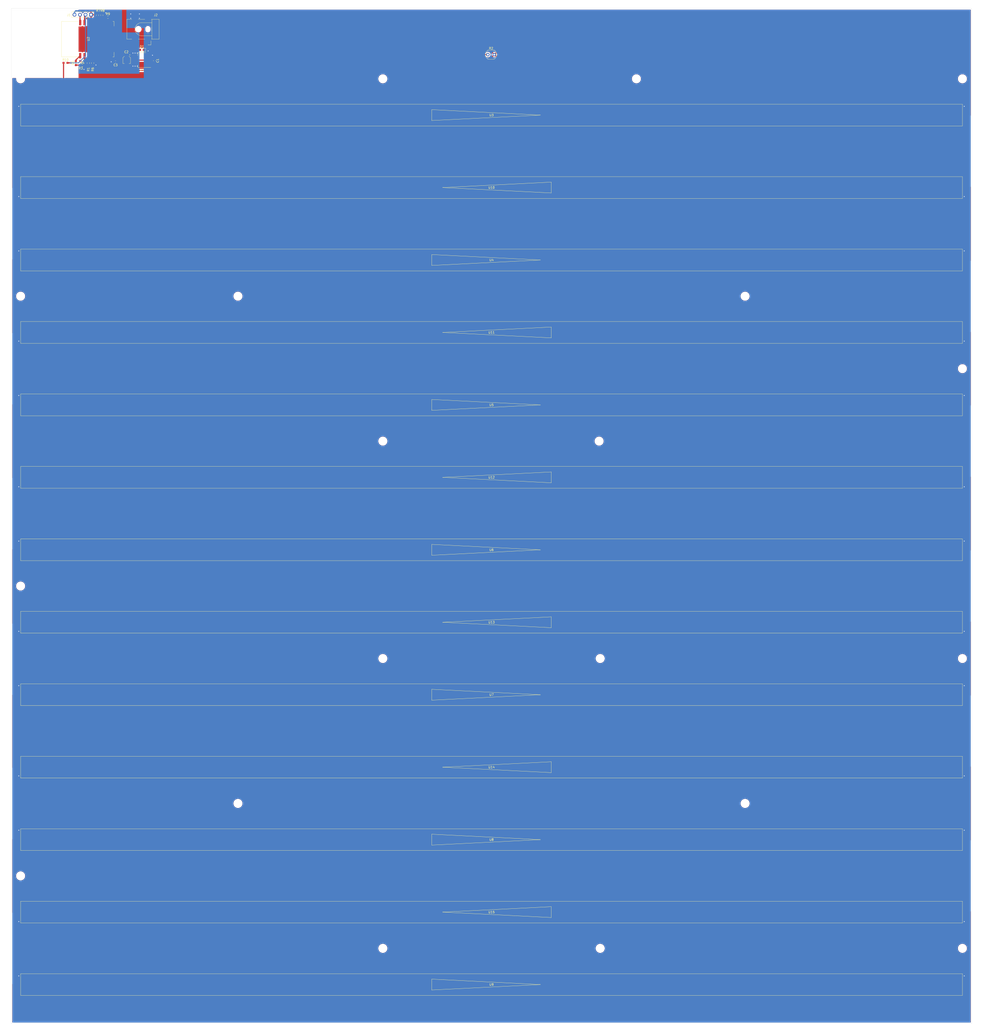
<source format=kicad_pcb>
(kicad_pcb (version 20171130) (host pcbnew "(5.1.12)-1")
  (layers (0 F.Cu power) (31 B.Cu power) (34 B.Paste user) (35 F.Paste user) (36 B.SilkS user) (37 F.SilkS user) (38 B.Mask user) (39 F.Mask user) (44 Edge.Cuts user))
  (net 0 "")
  (net 1 GND)
  (net 2 +5V)
  (net 3 "Net-(J1-Pad3)")
  (net 4 "Net-(R1-Pad1)")
  (net 5 "Net-(U10-Pad2)")
  (net 6 "Net-(U11-Pad2)")
  (net 7 "Net-(U12-Pad2)")
  (net 8 "Net-(U13-Pad2)")
  (net 9 "Net-(U14-Pad2)")
  (net 10 "Net-(U15-Pad2)")
  (net 11 "Net-(U10-Pad4)")
  (net 12 "Net-(U11-Pad4)")
  (net 13 "Net-(U13-Pad4)")
  (net 14 "Net-(U14-Pad4)")
  (net 15 "Net-(U15-Pad4)")
  (net 16 "Net-(U12-Pad4)")
  (net 17 +3V3)
  (net 18 "Net-(J1-Pad2)")
  (net 19 "Net-(R5-Pad1)")
  (net 20 "Net-(R6-Pad1)")
  (net 21 "Net-(R7-Pad2)")
  (net 22 "Net-(R8-Pad2)")
  (net 23 "Net-(R9-Pad2)")
  (net 24 "Net-(R2-Pad1)")
  (net 25 "Net-(R10-Pad1)")
  (net 26 "Net-(U2-Pad20)")
  (net 27 "Net-(U2-Pad19)")
  (net 28 "Net-(U2-Pad14)")
  (net 29 "Net-(U2-Pad13)")
  (net 30 "Net-(U2-Pad12)")
  (net 31 "Net-(U2-Pad11)")
  (net 32 "Net-(U2-Pad10)")
  (net 33 "Net-(U2-Pad9)")
  (net 34 "Net-(U2-Pad7)")
  (net 35 "Net-(U2-Pad6)")
  (net 36 "Net-(U2-Pad5)")
  (net 37 "Net-(U2-Pad4)")
  (net 38 "Net-(U9-Pad4)")
  (module MountingHole:MountingHole_3.2mm_M3 (layer F.Cu) (at 83.3355 83.3155)
    (fp_text reference REF** hide)
    (fp_text value MountingHole_3.2mm_M3)
    (pad 1 np_thru_hole circle (at 0 0) (size 3.2 3.2) (drill 3.2) (layers *.Cu *.Mask))
  )
  (module MountingHole:MountingHole_3.2mm_M3 (layer F.Cu) (at 366.666 83.3155)
    (fp_text reference REF** hide)
    (fp_text value MountingHole_3.2mm_M3)
    (pad 1 np_thru_hole circle (at 0 0) (size 3.2 3.2) (drill 3.2) (layers *.Cu *.Mask))
  )
  (module MountingHole:MountingHole_3.2mm_M3 (layer F.Cu) (at 250.0005 83.3155)
    (fp_text reference REF** hide)
    (fp_text value MountingHole_3.2mm_M3)
    (pad 1 np_thru_hole circle (at 0 0) (size 3.2 3.2) (drill 3.2) (layers *.Cu *.Mask))
  )
  (module MountingHole:MountingHole_3.2mm_M3 (layer F.Cu) (at 83.3355 183.3145)
    (fp_text reference REF** hide)
    (fp_text value MountingHole_3.2mm_M3)
    (pad 1 np_thru_hole circle (at 0 0) (size 3.2 3.2) (drill 3.2) (layers *.Cu *.Mask))
  )
  (module MountingHole:MountingHole_3.2mm_M3 (layer F.Cu) (at 83.3355 449.9785)
    (fp_text reference REF** hide)
    (fp_text value MountingHole_3.2mm_M3)
    (pad 1 np_thru_hole circle (at 0 0) (size 3.2 3.2) (drill 3.2) (layers *.Cu *.Mask))
  )
  (module MountingHole:MountingHole_3.2mm_M3 (layer F.Cu) (at 83.3355 316.6465)
    (fp_text reference REF** hide)
    (fp_text value MountingHole_3.2mm_M3)
    (pad 1 np_thru_hole circle (at 0 0) (size 3.2 3.2) (drill 3.2) (layers *.Cu *.Mask))
  )
  (module MountingHole:MountingHole_3.2mm_M3 (layer F.Cu) (at 250.0005 483.3115)
    (fp_text reference REF** hide)
    (fp_text value MountingHole_3.2mm_M3)
    (pad 1 np_thru_hole circle (at 0 0) (size 3.2 3.2) (drill 3.2) (layers *.Cu *.Mask))
  )
  (module MountingHole:MountingHole_3.2mm_M3 (layer F.Cu) (at 349.9995 483.3115)
    (fp_text reference REF** hide)
    (fp_text value MountingHole_3.2mm_M3)
    (pad 1 np_thru_hole circle (at 0 0) (size 3.2 3.2) (drill 3.2) (layers *.Cu *.Mask))
  )
  (module MountingHole:MountingHole_3.2mm_M3 (layer F.Cu) (at 516.6645 483.3115)
    (fp_text reference REF** hide)
    (fp_text value MountingHole_3.2mm_M3)
    (pad 1 np_thru_hole circle (at 0 0) (size 3.2 3.2) (drill 3.2) (layers *.Cu *.Mask))
  )
  (module MountingHole:MountingHole_3.2mm_M3 (layer F.Cu) (at 516.6645 349.9795)
    (fp_text reference REF** hide)
    (fp_text value MountingHole_3.2mm_M3)
    (pad 1 np_thru_hole circle (at 0 0) (size 3.2 3.2) (drill 3.2) (layers *.Cu *.Mask))
  )
  (module MountingHole:MountingHole_3.2mm_M3 (layer F.Cu) (at 516.6645 216.6475)
    (fp_text reference REF** hide)
    (fp_text value MountingHole_3.2mm_M3)
    (pad 1 np_thru_hole circle (at 0 0) (size 3.2 3.2) (drill 3.2) (layers *.Cu *.Mask))
  )
  (module MountingHole:MountingHole_3.2mm_M3 (layer F.Cu) (at 516.6645 83.3155)
    (fp_text reference REF** hide)
    (fp_text value MountingHole_3.2mm_M3)
    (pad 1 np_thru_hole circle (at 0 0) (size 3.2 3.2) (drill 3.2) (layers *.Cu *.Mask))
  )
  (module MountingHole:MountingHole_3.2mm_M3 (layer F.Cu) (at 183.3345 183.3145)
    (fp_text reference REF** hide)
    (fp_text value MountingHole_3.2mm_M3)
    (pad 1 np_thru_hole circle (at 0 0) (size 3.2 3.2) (drill 3.2) (layers *.Cu *.Mask))
  )
  (module MountingHole:MountingHole_3.2mm_M3 (layer F.Cu) (at 183.3345 416.6455)
    (fp_text reference REF** hide)
    (fp_text value MountingHole_3.2mm_M3)
    (pad 1 np_thru_hole circle (at 0 0) (size 3.2 3.2) (drill 3.2) (layers *.Cu *.Mask))
  )
  (module MountingHole:MountingHole_3.2mm_M3 (layer F.Cu) (at 416.6655 416.6455)
    (fp_text reference REF** hide)
    (fp_text value MountingHole_3.2mm_M3)
    (pad 1 np_thru_hole circle (at 0 0) (size 3.2 3.2) (drill 3.2) (layers *.Cu *.Mask))
  )
  (module MountingHole:MountingHole_3.2mm_M3 (layer F.Cu) (at 416.6655 183.3145)
    (fp_text reference REF** hide)
    (fp_text value MountingHole_3.2mm_M3)
    (pad 1 np_thru_hole circle (at 0 0) (size 3.2 3.2) (drill 3.2) (layers *.Cu *.Mask))
  )
  (module MountingHole:MountingHole_3.2mm_M3 (layer F.Cu) (at 250.0005 349.9795)
    (fp_text reference REF** hide)
    (fp_text value MountingHole_3.2mm_M3)
    (pad 1 np_thru_hole circle (at 0 0) (size 3.2 3.2) (drill 3.2) (layers *.Cu *.Mask))
  )
  (module MountingHole:MountingHole_3.2mm_M3 (layer F.Cu) (at 349.9995 349.9795)
    (fp_text reference REF** hide)
    (fp_text value MountingHole_3.2mm_M3)
    (pad 1 np_thru_hole circle (at 0 0) (size 3.2 3.2) (drill 3.2) (layers *.Cu *.Mask))
  )
  (module MountingHole:MountingHole_3.2mm_M3 (layer F.Cu) (at 250.0005 249.9805)
    (fp_text reference REF** hide)
    (fp_text value MountingHole_3.2mm_M3)
    (pad 1 np_thru_hole circle (at 0 0) (size 3.2 3.2) (drill 3.2) (layers *.Cu *.Mask))
  )
  (module MountingHole:MountingHole_3.2mm_M3 (layer F.Cu) (at 349.5 249.98)
    (fp_text reference REF** hide)
    (fp_text value MountingHole_3.2mm_M3)
    (pad 1 np_thru_hole circle (at 0 0) (size 3.2 3.2) (drill 3.2) (layers *.Cu *.Mask))
  )
  (module Resistor_SMD:R_0603_1608Metric_Pad0.98x0.95mm_HandSolder (layer F.Cu) (at 104 75.98)
    (fp_text reference R10 (at 0 -1.43) (layer F.SilkS))
    (fp_text value 330)
    (pad 2 smd roundrect (at 0.9125 0) (size 0.975 0.95) (layers F.Cu F.Paste F.Mask) (net 18 "Net-(J1-Pad2)"))
    (pad 1 smd roundrect (at -0.9125 0) (size 0.975 0.95) (layers F.Cu F.Paste F.Mask) (net 25 "Net-(R10-Pad1)"))
  )
  (module Capacitor_SMD:C_0603_1608Metric_Pad1.08x0.95mm_HandSolder (layer F.Cu) (at 127 75.48)
    (fp_text reference C3 (at 0 1.5) (layer F.SilkS))
    (fp_text value 10uF)
    (pad 2 smd roundrect (at 0.8625 0) (size 1.075 0.95) (layers F.Cu F.Paste F.Mask) (net 1 GND))
    (pad 1 smd roundrect (at -0.8625 0) (size 1.075 0.95) (layers F.Cu F.Paste F.Mask) (net 17 +3V3))
  )
  (module Capacitor_SMD:C_0603_1608Metric_Pad1.08x0.95mm_HandSolder (layer F.Cu) (at 145 74.98 270)
    (fp_text reference C1 (at 0 -1.43 90) (layer F.SilkS))
    (fp_text value 10uF)
    (pad 2 smd roundrect (at 0.8625 0 270) (size 1.075 0.95) (layers F.Cu F.Paste F.Mask) (net 1 GND))
    (pad 1 smd roundrect (at -0.8625 0 270) (size 1.075 0.95) (layers F.Cu F.Paste F.Mask) (net 2 +5V))
  )
  (module OptoDevice:R_LDR_5.0x4.1mm_P3mm_Vertical (layer F.Cu) (at 298.3 72.18)
    (fp_text reference R2 (at 1.5 -2.9) (layer F.SilkS))
    (fp_text value GL5537)
    (pad 2 thru_hole circle (at 3 0) (size 1.6 1.6) (drill 0.8) (layers *.Cu *.Mask) (net 1 GND))
    (pad 1 thru_hole circle (at 0 0) (size 1.6 1.6) (drill 0.8) (layers *.Cu *.Mask) (net 24 "Net-(R2-Pad1)"))
  )
  (module Connector_BarrelJack:BarrelJack_CLIFF_FC681465S_SMT_Horizontal (layer F.Cu) (at 139 60.48 180)
    (fp_text reference J2 (at -6.5 6.5 180) (layer F.SilkS))
    (fp_text value Conn_01x02_Female)
    (pad 3 smd rect (at -3 5.5 270) (size 3 2) (layers F.Cu F.Paste F.Mask))
    (pad 2 smd rect (at 3 5.5 270) (size 3 2) (layers F.Cu F.Paste F.Mask) (net 2 +5V))
    (pad 1 smd rect (at 3 -5.5 270) (size 3 2) (layers F.Cu F.Paste F.Mask) (net 1 GND))
    (pad 1 smd rect (at -3 -5.5 270) (size 3 2) (layers F.Cu F.Paste F.Mask) (net 1 GND))
    (pad "" np_thru_hole circle (at 1.5 0 270) (size 2 2) (drill 2) (layers *.Cu *.Mask))
    (pad "" np_thru_hole oval (at -2.9 0 270) (size 2 1.5) (drill oval 2 1.5) (layers *.Cu *.Mask))
  )
  (module Resistor_SMD:R_0603_1608Metric_Pad0.98x0.95mm_HandSolder (layer F.Cu) (at 123.5 54.98 180)
    (fp_text reference R9 (at 0 1.5) (layer F.SilkS))
    (fp_text value 12k)
    (pad 2 smd roundrect (at 0.9125 0 180) (size 0.975 0.95) (layers F.Cu F.Paste F.Mask) (net 23 "Net-(R9-Pad2)"))
    (pad 1 smd roundrect (at -0.9125 0 180) (size 0.975 0.95) (layers F.Cu F.Paste F.Mask) (net 1 GND))
  )
  (module Resistor_SMD:R_0603_1608Metric_Pad0.98x0.95mm_HandSolder (layer F.Cu) (at 120.75 54.08 270)
    (fp_text reference R8 (at -2.1 -0.25 180) (layer F.SilkS))
    (fp_text value 12k)
    (pad 2 smd roundrect (at 0.9125 0 270) (size 0.975 0.95) (layers F.Cu F.Paste F.Mask) (net 22 "Net-(R8-Pad2)"))
    (pad 1 smd roundrect (at -0.9125 0 270) (size 0.975 0.95) (layers F.Cu F.Paste F.Mask) (net 17 +3V3))
  )
  (module Resistor_SMD:R_0603_1608Metric_Pad0.98x0.95mm_HandSolder (layer F.Cu) (at 118.75 54.08 270)
    (fp_text reference R7 (at -2.1 -0.25 180) (layer F.SilkS))
    (fp_text value 12k)
    (pad 2 smd roundrect (at 0.9125 0 270) (size 0.975 0.95) (layers F.Cu F.Paste F.Mask) (net 21 "Net-(R7-Pad2)"))
    (pad 1 smd roundrect (at -0.9125 0 270) (size 0.975 0.95) (layers F.Cu F.Paste F.Mask) (net 17 +3V3))
  )
  (module Resistor_SMD:R_0603_1608Metric_Pad0.98x0.95mm_HandSolder (layer F.Cu) (at 116.5 76.08 270)
    (fp_text reference R6 (at 2.9 0 90) (layer F.SilkS))
    (fp_text value 12k)
    (pad 2 smd roundrect (at 0.9125 0 270) (size 0.975 0.95) (layers F.Cu F.Paste F.Mask) (net 17 +3V3))
    (pad 1 smd roundrect (at -0.9125 0 270) (size 0.975 0.95) (layers F.Cu F.Paste F.Mask) (net 20 "Net-(R6-Pad1)"))
  )
  (module Resistor_SMD:R_0603_1608Metric_Pad0.98x0.95mm_HandSolder (layer F.Cu) (at 108.75 76.08 270)
    (fp_text reference R5 (at -0.1 1.25 90) (layer F.SilkS))
    (fp_text value 12k)
    (pad 2 smd roundrect (at 0.9125 0 270) (size 0.975 0.95) (layers F.Cu F.Paste F.Mask) (net 17 +3V3))
    (pad 1 smd roundrect (at -0.9125 0 270) (size 0.975 0.95) (layers F.Cu F.Paste F.Mask) (net 19 "Net-(R5-Pad1)"))
  )
  (module Resistor_SMD:R_0603_1608Metric_Pad0.98x0.95mm_HandSolder (layer F.Cu) (at 111.75 75.08)
    (fp_text reference R4 (at 0 0.9) (layer F.SilkS))
    (fp_text value 220k)
    (pad 2 smd roundrect (at 0.9125 0) (size 0.975 0.95) (layers F.Cu F.Paste F.Mask) (net 4 "Net-(R1-Pad1)"))
    (pad 1 smd roundrect (at -0.9125 0) (size 0.975 0.95) (layers F.Cu F.Paste F.Mask) (net 24 "Net-(R2-Pad1)"))
  )
  (module Diode_SMD:D_0603_1608Metric_Pad1.05x0.95mm_HandSolder (layer F.Cu) (at 139.15 69.98 180)
    (fp_text reference D1 (at 0 1.5) (layer F.SilkS))
    (fp_text value D_Schottky)
    (pad 2 smd roundrect (at 0.875 0 180) (size 1.05 0.95) (layers F.Cu F.Paste F.Mask) (net 17 +3V3))
    (pad 1 smd roundrect (at -0.875 0 180) (size 1.05 0.95) (layers F.Cu F.Paste F.Mask) (net 2 +5V))
  )
  (module LED_SMD:ws2812_ledstrip (layer F.Cu) (at 300 466.63 180)
    (fp_text reference U15 (at 0 0) (layer F.SilkS))
    (fp_text value WS2812B_strip)
    (pad 3 smd roundrect (at 217.25 2.5 180) (size 3 1.7) (layers F.Cu F.Paste F.Mask) (net 1 GND))
    (pad 4 smd roundrect (at 217.25 0 180) (size 3 1.7) (layers F.Cu F.Paste F.Mask) (net 15 "Net-(U15-Pad4)"))
    (pad 1 smd roundrect (at 217.25 -2.5 180) (size 3 1.7) (layers F.Cu F.Paste F.Mask) (net 2 +5V))
    (pad 3 smd roundrect (at -217.3 2.5 180) (size 3 1.7) (layers F.Cu F.Paste F.Mask) (net 1 GND))
    (pad 2 smd roundrect (at -217.3 0 180) (size 3 1.7) (layers F.Cu F.Paste F.Mask) (net 10 "Net-(U15-Pad2)"))
    (pad 1 smd roundrect (at -217.3 -2.5 180) (size 3 1.7) (layers F.Cu F.Paste F.Mask) (net 2 +5V))
  )
  (module LED_SMD:ws2812_ledstrip (layer F.Cu) (at 300 399.97 180)
    (fp_text reference U14 (at 0 0) (layer F.SilkS))
    (fp_text value WS2812B_strip)
    (pad 3 smd roundrect (at 217.25 2.5 180) (size 3 1.7) (layers F.Cu F.Paste F.Mask) (net 1 GND))
    (pad 4 smd roundrect (at 217.25 0 180) (size 3 1.7) (layers F.Cu F.Paste F.Mask) (net 14 "Net-(U14-Pad4)"))
    (pad 1 smd roundrect (at 217.25 -2.5 180) (size 3 1.7) (layers F.Cu F.Paste F.Mask) (net 2 +5V))
    (pad 3 smd roundrect (at -217.3 2.5 180) (size 3 1.7) (layers F.Cu F.Paste F.Mask) (net 1 GND))
    (pad 2 smd roundrect (at -217.3 0 180) (size 3 1.7) (layers F.Cu F.Paste F.Mask) (net 9 "Net-(U14-Pad2)"))
    (pad 1 smd roundrect (at -217.3 -2.5 180) (size 3 1.7) (layers F.Cu F.Paste F.Mask) (net 2 +5V))
  )
  (module LED_SMD:ws2812_ledstrip (layer F.Cu) (at 300 333.31 180)
    (fp_text reference U13 (at 0 0) (layer F.SilkS))
    (fp_text value WS2812B_strip)
    (pad 3 smd roundrect (at 217.25 2.5 180) (size 3 1.7) (layers F.Cu F.Paste F.Mask) (net 1 GND))
    (pad 4 smd roundrect (at 217.25 0 180) (size 3 1.7) (layers F.Cu F.Paste F.Mask) (net 13 "Net-(U13-Pad4)"))
    (pad 1 smd roundrect (at 217.25 -2.5 180) (size 3 1.7) (layers F.Cu F.Paste F.Mask) (net 2 +5V))
    (pad 3 smd roundrect (at -217.3 2.5 180) (size 3 1.7) (layers F.Cu F.Paste F.Mask) (net 1 GND))
    (pad 2 smd roundrect (at -217.3 0 180) (size 3 1.7) (layers F.Cu F.Paste F.Mask) (net 8 "Net-(U13-Pad2)"))
    (pad 1 smd roundrect (at -217.3 -2.5 180) (size 3 1.7) (layers F.Cu F.Paste F.Mask) (net 2 +5V))
  )
  (module LED_SMD:ws2812_ledstrip (layer F.Cu) (at 300 266.65 180)
    (fp_text reference U12 (at 0 0) (layer F.SilkS))
    (fp_text value WS2812B_strip)
    (pad 3 smd roundrect (at 217.25 2.5 180) (size 3 1.7) (layers F.Cu F.Paste F.Mask) (net 1 GND))
    (pad 4 smd roundrect (at 217.25 0 180) (size 3 1.7) (layers F.Cu F.Paste F.Mask) (net 16 "Net-(U12-Pad4)"))
    (pad 1 smd roundrect (at 217.25 -2.5 180) (size 3 1.7) (layers F.Cu F.Paste F.Mask) (net 2 +5V))
    (pad 3 smd roundrect (at -217.3 2.5 180) (size 3 1.7) (layers F.Cu F.Paste F.Mask) (net 1 GND))
    (pad 2 smd roundrect (at -217.3 0 180) (size 3 1.7) (layers F.Cu F.Paste F.Mask) (net 7 "Net-(U12-Pad2)"))
    (pad 1 smd roundrect (at -217.3 -2.5 180) (size 3 1.7) (layers F.Cu F.Paste F.Mask) (net 2 +5V))
  )
  (module LED_SMD:ws2812_ledstrip (layer F.Cu) (at 300 199.99 180)
    (fp_text reference U11 (at 0 0) (layer F.SilkS))
    (fp_text value WS2812B_strip)
    (pad 3 smd roundrect (at 217.25 2.5 180) (size 3 1.7) (layers F.Cu F.Paste F.Mask) (net 1 GND))
    (pad 4 smd roundrect (at 217.25 0 180) (size 3 1.7) (layers F.Cu F.Paste F.Mask) (net 12 "Net-(U11-Pad4)"))
    (pad 1 smd roundrect (at 217.25 -2.5 180) (size 3 1.7) (layers F.Cu F.Paste F.Mask) (net 2 +5V))
    (pad 3 smd roundrect (at -217.3 2.5 180) (size 3 1.7) (layers F.Cu F.Paste F.Mask) (net 1 GND))
    (pad 2 smd roundrect (at -217.3 0 180) (size 3 1.7) (layers F.Cu F.Paste F.Mask) (net 6 "Net-(U11-Pad2)"))
    (pad 1 smd roundrect (at -217.3 -2.5 180) (size 3 1.7) (layers F.Cu F.Paste F.Mask) (net 2 +5V))
  )
  (module LED_SMD:ws2812_ledstrip (layer F.Cu) (at 300 133.33 180)
    (fp_text reference U10 (at 0 0) (layer F.SilkS))
    (fp_text value WS2812B_strip)
    (pad 3 smd roundrect (at 217.25 2.5 180) (size 3 1.7) (layers F.Cu F.Paste F.Mask) (net 1 GND))
    (pad 4 smd roundrect (at 217.25 0 180) (size 3 1.7) (layers F.Cu F.Paste F.Mask) (net 11 "Net-(U10-Pad4)"))
    (pad 1 smd roundrect (at 217.25 -2.5 180) (size 3 1.7) (layers F.Cu F.Paste F.Mask) (net 2 +5V))
    (pad 3 smd roundrect (at -217.3 2.5 180) (size 3 1.7) (layers F.Cu F.Paste F.Mask) (net 1 GND))
    (pad 2 smd roundrect (at -217.3 0 180) (size 3 1.7) (layers F.Cu F.Paste F.Mask) (net 5 "Net-(U10-Pad2)"))
    (pad 1 smd roundrect (at -217.3 -2.5 180) (size 3 1.7) (layers F.Cu F.Paste F.Mask) (net 2 +5V))
  )
  (module LED_SMD:ws2812_ledstrip (layer F.Cu) (at 300 499.96)
    (fp_text reference U9 (at 0 0) (layer F.SilkS))
    (fp_text value WS2812B_strip)
    (pad 3 smd roundrect (at 217.25 2.5) (size 3 1.7) (layers F.Cu F.Paste F.Mask) (net 1 GND))
    (pad 4 smd roundrect (at 217.25 0) (size 3 1.7) (layers F.Cu F.Paste F.Mask) (net 38 "Net-(U9-Pad4)"))
    (pad 1 smd roundrect (at 217.25 -2.5) (size 3 1.7) (layers F.Cu F.Paste F.Mask) (net 2 +5V))
    (pad 3 smd roundrect (at -217.3 2.5) (size 3 1.7) (layers F.Cu F.Paste F.Mask) (net 1 GND))
    (pad 2 smd roundrect (at -217.3 0) (size 3 1.7) (layers F.Cu F.Paste F.Mask) (net 15 "Net-(U15-Pad4)"))
    (pad 1 smd roundrect (at -217.3 -2.5) (size 3 1.7) (layers F.Cu F.Paste F.Mask) (net 2 +5V))
  )
  (module LED_SMD:ws2812_ledstrip (layer F.Cu) (at 300 433.3)
    (fp_text reference U8 (at 0 0) (layer F.SilkS))
    (fp_text value WS2812B_strip)
    (pad 3 smd roundrect (at 217.25 2.5) (size 3 1.7) (layers F.Cu F.Paste F.Mask) (net 1 GND))
    (pad 4 smd roundrect (at 217.25 0) (size 3 1.7) (layers F.Cu F.Paste F.Mask) (net 10 "Net-(U15-Pad2)"))
    (pad 1 smd roundrect (at 217.25 -2.5) (size 3 1.7) (layers F.Cu F.Paste F.Mask) (net 2 +5V))
    (pad 3 smd roundrect (at -217.3 2.5) (size 3 1.7) (layers F.Cu F.Paste F.Mask) (net 1 GND))
    (pad 2 smd roundrect (at -217.3 0) (size 3 1.7) (layers F.Cu F.Paste F.Mask) (net 14 "Net-(U14-Pad4)"))
    (pad 1 smd roundrect (at -217.3 -2.5) (size 3 1.7) (layers F.Cu F.Paste F.Mask) (net 2 +5V))
  )
  (module LED_SMD:ws2812_ledstrip (layer F.Cu) (at 300 366.64)
    (fp_text reference U7 (at 0 0) (layer F.SilkS))
    (fp_text value WS2812B_strip)
    (pad 3 smd roundrect (at 217.25 2.5) (size 3 1.7) (layers F.Cu F.Paste F.Mask) (net 1 GND))
    (pad 4 smd roundrect (at 217.25 0) (size 3 1.7) (layers F.Cu F.Paste F.Mask) (net 9 "Net-(U14-Pad2)"))
    (pad 1 smd roundrect (at 217.25 -2.5) (size 3 1.7) (layers F.Cu F.Paste F.Mask) (net 2 +5V))
    (pad 3 smd roundrect (at -217.3 2.5) (size 3 1.7) (layers F.Cu F.Paste F.Mask) (net 1 GND))
    (pad 2 smd roundrect (at -217.3 0) (size 3 1.7) (layers F.Cu F.Paste F.Mask) (net 13 "Net-(U13-Pad4)"))
    (pad 1 smd roundrect (at -217.3 -2.5) (size 3 1.7) (layers F.Cu F.Paste F.Mask) (net 2 +5V))
  )
  (module LED_SMD:ws2812_ledstrip (layer F.Cu) (at 300 299.98)
    (fp_text reference U6 (at 0 0) (layer F.SilkS))
    (fp_text value WS2812B_strip)
    (pad 3 smd roundrect (at 217.25 2.5) (size 3 1.7) (layers F.Cu F.Paste F.Mask) (net 1 GND))
    (pad 4 smd roundrect (at 217.25 0) (size 3 1.7) (layers F.Cu F.Paste F.Mask) (net 8 "Net-(U13-Pad2)"))
    (pad 1 smd roundrect (at 217.25 -2.5) (size 3 1.7) (layers F.Cu F.Paste F.Mask) (net 2 +5V))
    (pad 3 smd roundrect (at -217.3 2.5) (size 3 1.7) (layers F.Cu F.Paste F.Mask) (net 1 GND))
    (pad 2 smd roundrect (at -217.3 0) (size 3 1.7) (layers F.Cu F.Paste F.Mask) (net 16 "Net-(U12-Pad4)"))
    (pad 1 smd roundrect (at -217.3 -2.5) (size 3 1.7) (layers F.Cu F.Paste F.Mask) (net 2 +5V))
  )
  (module LED_SMD:ws2812_ledstrip (layer F.Cu) (at 300 233.32)
    (fp_text reference U5 (at 0 0) (layer F.SilkS))
    (fp_text value WS2812B_strip)
    (pad 3 smd roundrect (at 217.25 2.5) (size 3 1.7) (layers F.Cu F.Paste F.Mask) (net 1 GND))
    (pad 4 smd roundrect (at 217.25 0) (size 3 1.7) (layers F.Cu F.Paste F.Mask) (net 7 "Net-(U12-Pad2)"))
    (pad 1 smd roundrect (at 217.25 -2.5) (size 3 1.7) (layers F.Cu F.Paste F.Mask) (net 2 +5V))
    (pad 3 smd roundrect (at -217.3 2.5) (size 3 1.7) (layers F.Cu F.Paste F.Mask) (net 1 GND))
    (pad 2 smd roundrect (at -217.3 0) (size 3 1.7) (layers F.Cu F.Paste F.Mask) (net 12 "Net-(U11-Pad4)"))
    (pad 1 smd roundrect (at -217.3 -2.5) (size 3 1.7) (layers F.Cu F.Paste F.Mask) (net 2 +5V))
  )
  (module LED_SMD:ws2812_ledstrip (layer F.Cu) (at 300 166.66)
    (fp_text reference U4 (at 0 0) (layer F.SilkS))
    (fp_text value WS2812B_strip)
    (pad 3 smd roundrect (at 217.25 2.5) (size 3 1.7) (layers F.Cu F.Paste F.Mask) (net 1 GND))
    (pad 4 smd roundrect (at 217.25 0) (size 3 1.7) (layers F.Cu F.Paste F.Mask) (net 6 "Net-(U11-Pad2)"))
    (pad 1 smd roundrect (at 217.25 -2.5) (size 3 1.7) (layers F.Cu F.Paste F.Mask) (net 2 +5V))
    (pad 3 smd roundrect (at -217.3 2.5) (size 3 1.7) (layers F.Cu F.Paste F.Mask) (net 1 GND))
    (pad 2 smd roundrect (at -217.3 0) (size 3 1.7) (layers F.Cu F.Paste F.Mask) (net 11 "Net-(U10-Pad4)"))
    (pad 1 smd roundrect (at -217.3 -2.5) (size 3 1.7) (layers F.Cu F.Paste F.Mask) (net 2 +5V))
  )
  (module LED_SMD:ws2812_ledstrip (layer F.Cu) (at 300 100)
    (fp_text reference U3 (at 0 0) (layer F.SilkS))
    (fp_text value WS2812B_strip)
    (pad 3 smd roundrect (at 217.25 2.5) (size 3 1.7) (layers F.Cu F.Paste F.Mask) (net 1 GND))
    (pad 4 smd roundrect (at 217.25 0) (size 3 1.7) (layers F.Cu F.Paste F.Mask) (net 5 "Net-(U10-Pad2)"))
    (pad 1 smd roundrect (at 217.25 -2.5) (size 3 1.7) (layers F.Cu F.Paste F.Mask) (net 2 +5V))
    (pad 3 smd roundrect (at -217.3 2.5) (size 3 1.7) (layers F.Cu F.Paste F.Mask) (net 1 GND))
    (pad 2 smd roundrect (at -217.3 0) (size 3 1.7) (layers F.Cu F.Paste F.Mask) (net 25 "Net-(R10-Pad1)"))
    (pad 1 smd roundrect (at -217.3 -2.5) (size 3 1.7) (layers F.Cu F.Paste F.Mask) (net 2 +5V))
  )
  (module RF_Module:ESP-12E (layer F.Cu) (at 114.25 65.08 90)
    (fp_text reference U2 (at 0.1 0.25 90) (layer F.SilkS))
    (fp_text value ESP-12E)
    (pad 22 smd rect (at 7.6 -3.5 90) (size 2.5 1) (layers F.Cu F.Paste F.Mask) (net 3 "Net-(J1-Pad3)"))
    (pad 21 smd rect (at 7.6 -1.5 90) (size 2.5 1) (layers F.Cu F.Paste F.Mask) (net 18 "Net-(J1-Pad2)"))
    (pad 20 smd rect (at 7.6 0.5 90) (size 2.5 1) (layers F.Cu F.Paste F.Mask) (net 26 "Net-(U2-Pad20)"))
    (pad 19 smd rect (at 7.6 2.5 90) (size 2.5 1) (layers F.Cu F.Paste F.Mask) (net 27 "Net-(U2-Pad19)"))
    (pad 18 smd rect (at 7.6 4.5 90) (size 2.5 1) (layers F.Cu F.Paste F.Mask) (net 21 "Net-(R7-Pad2)"))
    (pad 17 smd rect (at 7.6 6.5 90) (size 2.5 1) (layers F.Cu F.Paste F.Mask) (net 22 "Net-(R8-Pad2)"))
    (pad 16 smd rect (at 7.6 8.5 90) (size 2.5 1) (layers F.Cu F.Paste F.Mask) (net 23 "Net-(R9-Pad2)"))
    (pad 15 smd rect (at 7.6 10.5 90) (size 2.5 1) (layers F.Cu F.Paste F.Mask) (net 1 GND))
    (pad 14 smd rect (at 5 12 90) (size 1 1.8) (layers F.Cu F.Paste F.Mask) (net 28 "Net-(U2-Pad14)"))
    (pad 13 smd rect (at 3 12 90) (size 1 1.8) (layers F.Cu F.Paste F.Mask) (net 29 "Net-(U2-Pad13)"))
    (pad 12 smd rect (at 1 12 90) (size 1 1.8) (layers F.Cu F.Paste F.Mask) (net 30 "Net-(U2-Pad12)"))
    (pad 11 smd rect (at -1 12 90) (size 1 1.8) (layers F.Cu F.Paste F.Mask) (net 31 "Net-(U2-Pad11)"))
    (pad 10 smd rect (at -3 12 90) (size 1 1.8) (layers F.Cu F.Paste F.Mask) (net 32 "Net-(U2-Pad10)"))
    (pad 9 smd rect (at -5 12 90) (size 1 1.8) (layers F.Cu F.Paste F.Mask) (net 33 "Net-(U2-Pad9)"))
    (pad 8 smd rect (at -7.6 10.5 90) (size 2.5 1) (layers F.Cu F.Paste F.Mask) (net 17 +3V3))
    (pad 7 smd rect (at -7.6 8.5 90) (size 2.5 1) (layers F.Cu F.Paste F.Mask) (net 34 "Net-(U2-Pad7)"))
    (pad 6 smd rect (at -7.6 6.5 90) (size 2.5 1) (layers F.Cu F.Paste F.Mask) (net 35 "Net-(U2-Pad6)"))
    (pad 5 smd rect (at -7.6 4.5 90) (size 2.5 1) (layers F.Cu F.Paste F.Mask) (net 36 "Net-(U2-Pad5)"))
    (pad 4 smd rect (at -7.6 2.5 90) (size 2.5 1) (layers F.Cu F.Paste F.Mask) (net 37 "Net-(U2-Pad4)"))
    (pad 3 smd rect (at -7.6 0.5 90) (size 2.5 1) (layers F.Cu F.Paste F.Mask) (net 20 "Net-(R6-Pad1)"))
    (pad 2 smd rect (at -7.6 -1.5 90) (size 2.5 1) (layers F.Cu F.Paste F.Mask) (net 4 "Net-(R1-Pad1)"))
    (pad 1 smd rect (at -7.6 -3.5 90) (size 2.5 1) (layers F.Cu F.Paste F.Mask) (net 19 "Net-(R5-Pad1)"))
  )
  (module Package_TO_SOT_SMD:SOT-223-3_TabPin2 (layer F.Cu) (at 139.15 74.73 180)
    (fp_text reference U1 (at 0 -4.5) (layer F.SilkS))
    (fp_text value AMS1117-3.3)
    (pad 1 smd rect (at -3.15 -2.3 180) (size 2 1.5) (layers F.Cu F.Paste F.Mask) (net 1 GND))
    (pad 3 smd rect (at -3.15 2.3 180) (size 2 1.5) (layers F.Cu F.Paste F.Mask) (net 2 +5V))
    (pad 2 smd rect (at -3.15 0 180) (size 2 1.5) (layers F.Cu F.Paste F.Mask) (net 17 +3V3))
    (pad 2 smd rect (at 3.15 0 180) (size 2 3.8) (layers F.Cu F.Paste F.Mask) (net 17 +3V3))
  )
  (module Resistor_SMD:R_0603_1608Metric_Pad0.98x0.95mm_HandSolder (layer F.Cu) (at 111.75 77.08)
    (fp_text reference R3 (at -0.75 1.4) (layer F.SilkS))
    (fp_text value 100k)
    (pad 2 smd roundrect (at 0.9125 0) (size 0.975 0.95) (layers F.Cu F.Paste F.Mask) (net 24 "Net-(R2-Pad1)"))
    (pad 1 smd roundrect (at -0.9125 0) (size 0.975 0.95) (layers F.Cu F.Paste F.Mask) (net 17 +3V3))
  )
  (module Resistor_SMD:R_0603_1608Metric_Pad0.98x0.95mm_HandSolder (layer F.Cu) (at 114.5 76.08 270)
    (fp_text reference R1 (at 2.9 0 90) (layer F.SilkS))
    (fp_text value 100k)
    (pad 2 smd roundrect (at 0.9125 0 270) (size 0.975 0.95) (layers F.Cu F.Paste F.Mask) (net 1 GND))
    (pad 1 smd roundrect (at -0.9125 0 270) (size 0.975 0.95) (layers F.Cu F.Paste F.Mask) (net 4 "Net-(R1-Pad1)"))
  )
  (module Connector_PinHeader_2.54mm:PinHeader_1x04_P2.54mm_Vertical (layer F.Cu) (at 115.75 53.83 270)
    (fp_text reference J1 (at 0.15 10.25 180) (layer F.SilkS))
    (fp_text value Conn_01x04_Male)
    (pad 4 thru_hole oval (at 0 7.62 270) (size 1.7 1.7) (drill 1) (layers *.Cu *.Mask) (net 17 +3V3))
    (pad 3 thru_hole oval (at 0 5.08 270) (size 1.7 1.7) (drill 1) (layers *.Cu *.Mask) (net 3 "Net-(J1-Pad3)"))
    (pad 2 thru_hole oval (at 0 2.54 270) (size 1.7 1.7) (drill 1) (layers *.Cu *.Mask) (net 18 "Net-(J1-Pad2)"))
    (pad 1 thru_hole rect (at 0 0 270) (size 1.7 1.7) (drill 1) (layers *.Cu *.Mask) (net 1 GND))
  )
  (module Capacitor_SMD:CP_Elec_3x5.4 (layer F.Cu) (at 132.15 74.48 270)
    (fp_text reference C2 (at -3.5 0.15 180) (layer F.SilkS))
    (fp_text value 10uF)
    (pad 2 smd roundrect (at 1.5 0 270) (size 2.2 1.6) (layers F.Cu F.Paste F.Mask) (roundrect_rratio 0.15625) (net 1 GND))
    (pad 1 smd roundrect (at -1.5 0 270) (size 2.2 1.6) (layers F.Cu F.Paste F.Mask) (roundrect_rratio 0.15625) (net 17 +3V3))
  )
  (gr_line (start 521 50.98) (end 79 50.98) (layer Edge.Cuts) (width 0.05))
  (gr_line (start 521 517.98) (end 521 50.98) (layer Edge.Cuts) (width 0.05))
  (gr_line (start 79 517.98) (end 521 517.98) (layer Edge.Cuts) (width 0.05))
  (gr_line (start 79 50.98) (end 79 517.98) (layer Edge.Cuts) (width 0.05))
  (segment (start 114.4125 77.08) (end 114.5 76.9925) (width 0.5) (layer F.Cu) (net 1))
  (segment (start 144.45 77.03) (end 142.3 77.03) (width 0.5) (layer F.Cu) (net 1))
  (segment (start 145 76.48) (end 144.45 77.03) (width 0.5) (layer F.Cu) (net 1))
  (segment (start 145 75.8425) (end 145 76.48) (width 0.5) (layer F.Cu) (net 1))
  (via (at 142 70.48) (size 0.8) (drill 0.4) (layers F.Cu B.Cu) (net 2))
  (via (at 134 53.48) (size 0.8) (drill 0.4) (layers F.Cu B.Cu) (net 2))
  (via (at 138 53.48) (size 0.8) (drill 0.4) (layers F.Cu B.Cu) (net 2))
  (via (at 82.5 137.48) (size 0.8) (drill 0.4) (layers F.Cu B.Cu) (net 2))
  (via (at 144 72.48) (size 0.8) (drill 0.4) (layers F.Cu B.Cu) (net 2))
  (via (at 134 55.48) (size 0.8) (drill 0.4) (layers F.Cu B.Cu) (net 2))
  (via (at 138 55.48) (size 0.8) (drill 0.4) (layers F.Cu B.Cu) (net 2))
  (via (at 82.5 95.98) (size 0.8) (drill 0.4) (layers F.Cu B.Cu) (net 2))
  (segment (start 82 96.8) (end 82.7 97.5) (width 0.5) (layer F.Cu) (net 2))
  (segment (start 135.5 54.98) (end 136 54.98) (width 0.5) (layer F.Cu) (net 2))
  (segment (start 134 53.48) (end 135.5 54.98) (width 0.5) (layer F.Cu) (net 2))
  (segment (start 135.5 55.48) (end 136 54.98) (width 0.5) (layer F.Cu) (net 2))
  (segment (start 134 55.48) (end 135.5 55.48) (width 0.5) (layer F.Cu) (net 2))
  (segment (start 136.5 55.48) (end 136 54.98) (width 0.5) (layer F.Cu) (net 2))
  (segment (start 138 55.48) (end 136.5 55.48) (width 0.5) (layer F.Cu) (net 2))
  (segment (start 136.5 54.98) (end 136 54.98) (width 0.5) (layer F.Cu) (net 2))
  (segment (start 138 53.48) (end 136.5 54.98) (width 0.5) (layer F.Cu) (net 2))
  (segment (start 141.5 69.98) (end 142 70.48) (width 0.5) (layer F.Cu) (net 2))
  (segment (start 140.025 69.98) (end 141.5 69.98) (width 0.5) (layer F.Cu) (net 2))
  (segment (start 142.3 70.78) (end 142 70.48) (width 0.5) (layer F.Cu) (net 2))
  (segment (start 142.3 72.43) (end 142.3 70.78) (width 0.5) (layer F.Cu) (net 2))
  (segment (start 142.35 72.48) (end 142.3 72.43) (width 0.5) (layer F.Cu) (net 2))
  (segment (start 144 72.48) (end 142.35 72.48) (width 0.5) (layer F.Cu) (net 2))
  (via (at 82.5 203.98) (size 0.8) (drill 0.4) (layers F.Cu B.Cu) (net 2))
  (via (at 82.5 228.98) (size 0.8) (drill 0.4) (layers F.Cu B.Cu) (net 2))
  (via (at 82.5 270.98) (size 0.8) (drill 0.4) (layers F.Cu B.Cu) (net 2))
  (via (at 82.5 295.98) (size 0.8) (drill 0.4) (layers F.Cu B.Cu) (net 2))
  (via (at 82.5 337.48) (size 0.8) (drill 0.4) (layers F.Cu B.Cu) (net 2))
  (via (at 82.5 362.48) (size 0.8) (drill 0.4) (layers F.Cu B.Cu) (net 2))
  (via (at 82.5 403.98) (size 0.8) (drill 0.4) (layers F.Cu B.Cu) (net 2))
  (via (at 82.5 428.98) (size 0.8) (drill 0.4) (layers F.Cu B.Cu) (net 2))
  (via (at 82.5 470.98) (size 0.8) (drill 0.4) (layers F.Cu B.Cu) (net 2))
  (via (at 82.5 495.98) (size 0.8) (drill 0.4) (layers F.Cu B.Cu) (net 2))
  (segment (start 144 72.48) (end 145 73.48) (width 0.5) (layer F.Cu) (net 2))
  (segment (start 145 73.48) (end 145 74.1175) (width 0.5) (layer F.Cu) (net 2))
  (via (at 82.5 162.48) (size 0.8) (drill 0.4) (layers F.Cu B.Cu) (net 2))
  (segment (start 82.5 497.26) (end 82.7 497.46) (width 0.5) (layer F.Cu) (net 2))
  (segment (start 82.5 495.98) (end 82.5 497.26) (width 0.5) (layer F.Cu) (net 2))
  (segment (start 82.5 469.38) (end 82.75 469.13) (width 0.5) (layer F.Cu) (net 2))
  (segment (start 82.5 470.98) (end 82.5 469.38) (width 0.5) (layer F.Cu) (net 2))
  (segment (start 82.5 430.6) (end 82.7 430.8) (width 0.5) (layer F.Cu) (net 2))
  (segment (start 82.5 428.98) (end 82.5 430.6) (width 0.5) (layer F.Cu) (net 2))
  (segment (start 82.5 402.72) (end 82.75 402.47) (width 0.5) (layer F.Cu) (net 2))
  (segment (start 82.5 403.98) (end 82.5 402.72) (width 0.5) (layer F.Cu) (net 2))
  (segment (start 82.5 363.94) (end 82.7 364.14) (width 0.5) (layer F.Cu) (net 2))
  (segment (start 82.5 362.48) (end 82.5 363.94) (width 0.5) (layer F.Cu) (net 2))
  (segment (start 82.5 336.06) (end 82.75 335.81) (width 0.5) (layer F.Cu) (net 2))
  (segment (start 82.5 337.48) (end 82.5 336.06) (width 0.5) (layer F.Cu) (net 2))
  (segment (start 82.5 297.28) (end 82.7 297.48) (width 0.5) (layer F.Cu) (net 2))
  (segment (start 82.5 295.98) (end 82.5 297.28) (width 0.5) (layer F.Cu) (net 2))
  (segment (start 82.5 269.4) (end 82.75 269.15) (width 0.5) (layer F.Cu) (net 2))
  (segment (start 82.5 270.98) (end 82.5 269.4) (width 0.5) (layer F.Cu) (net 2))
  (segment (start 82.5 230.62) (end 82.7 230.82) (width 0.5) (layer F.Cu) (net 2))
  (segment (start 82.5 228.98) (end 82.5 230.62) (width 0.5) (layer F.Cu) (net 2))
  (segment (start 82.5 202.74) (end 82.75 202.49) (width 0.5) (layer F.Cu) (net 2))
  (segment (start 82.5 203.98) (end 82.5 202.74) (width 0.5) (layer F.Cu) (net 2))
  (segment (start 82.5 163.96) (end 82.7 164.16) (width 0.5) (layer F.Cu) (net 2))
  (segment (start 82.5 162.48) (end 82.5 163.96) (width 0.5) (layer F.Cu) (net 2))
  (segment (start 82.5 136.08) (end 82.75 135.83) (width 0.5) (layer F.Cu) (net 2))
  (segment (start 82.5 137.48) (end 82.5 136.08) (width 0.5) (layer F.Cu) (net 2))
  (segment (start 82.5 97.3) (end 82.7 97.5) (width 0.5) (layer F.Cu) (net 2))
  (segment (start 82.5 95.98) (end 82.5 97.3) (width 0.5) (layer F.Cu) (net 2))
  (via (at 517.5 495.98) (size 0.8) (drill 0.4) (layers F.Cu B.Cu) (net 2))
  (via (at 517.5 470.98) (size 0.8) (drill 0.4) (layers F.Cu B.Cu) (net 2))
  (via (at 517.5 428.98) (size 0.8) (drill 0.4) (layers F.Cu B.Cu) (net 2))
  (via (at 517.5 403.98) (size 0.8) (drill 0.4) (layers F.Cu B.Cu) (net 2))
  (via (at 517.5 362.48) (size 0.8) (drill 0.4) (layers F.Cu B.Cu) (net 2))
  (via (at 517.5 337.48) (size 0.8) (drill 0.4) (layers F.Cu B.Cu) (net 2))
  (via (at 517.5 295.98) (size 0.8) (drill 0.4) (layers F.Cu B.Cu) (net 2))
  (via (at 517.5 270.98) (size 0.8) (drill 0.4) (layers F.Cu B.Cu) (net 2))
  (via (at 517.5 228.98) (size 0.8) (drill 0.4) (layers F.Cu B.Cu) (net 2))
  (via (at 517.5 203.98) (size 0.8) (drill 0.4) (layers F.Cu B.Cu) (net 2))
  (via (at 517.5 162.48) (size 0.8) (drill 0.4) (layers F.Cu B.Cu) (net 2))
  (via (at 517.5 137.48) (size 0.8) (drill 0.4) (layers F.Cu B.Cu) (net 2))
  (via (at 517.5 95.98) (size 0.8) (drill 0.4) (layers F.Cu B.Cu) (net 2))
  (segment (start 517.5 97.25) (end 517.25 97.5) (width 0.5) (layer F.Cu) (net 2))
  (segment (start 517.5 95.98) (end 517.5 97.25) (width 0.5) (layer F.Cu) (net 2))
  (segment (start 517.5 136.03) (end 517.3 135.83) (width 0.5) (layer F.Cu) (net 2))
  (segment (start 517.5 137.48) (end 517.5 136.03) (width 0.5) (layer F.Cu) (net 2))
  (segment (start 517.5 163.91) (end 517.25 164.16) (width 0.5) (layer F.Cu) (net 2))
  (segment (start 517.5 162.48) (end 517.5 163.91) (width 0.5) (layer F.Cu) (net 2))
  (segment (start 517.5 202.69) (end 517.3 202.49) (width 0.5) (layer F.Cu) (net 2))
  (segment (start 517.5 203.98) (end 517.5 202.69) (width 0.5) (layer F.Cu) (net 2))
  (segment (start 517.5 230.57) (end 517.25 230.82) (width 0.5) (layer F.Cu) (net 2))
  (segment (start 517.5 228.98) (end 517.5 230.57) (width 0.5) (layer F.Cu) (net 2))
  (segment (start 517.5 269.35) (end 517.3 269.15) (width 0.5) (layer F.Cu) (net 2))
  (segment (start 517.5 270.98) (end 517.5 269.35) (width 0.5) (layer F.Cu) (net 2))
  (segment (start 517.5 297.23) (end 517.25 297.48) (width 0.5) (layer F.Cu) (net 2))
  (segment (start 517.5 295.98) (end 517.5 297.23) (width 0.5) (layer F.Cu) (net 2))
  (segment (start 517.5 336.01) (end 517.3 335.81) (width 0.5) (layer F.Cu) (net 2))
  (segment (start 517.5 337.48) (end 517.5 336.01) (width 0.5) (layer F.Cu) (net 2))
  (segment (start 517.5 363.89) (end 517.25 364.14) (width 0.5) (layer F.Cu) (net 2))
  (segment (start 517.5 362.48) (end 517.5 363.89) (width 0.5) (layer F.Cu) (net 2))
  (segment (start 517.5 402.67) (end 517.3 402.47) (width 0.5) (layer F.Cu) (net 2))
  (segment (start 517.5 403.98) (end 517.5 402.67) (width 0.5) (layer F.Cu) (net 2))
  (segment (start 517.5 430.55) (end 517.25 430.8) (width 0.5) (layer F.Cu) (net 2))
  (segment (start 517.5 428.98) (end 517.5 430.55) (width 0.5) (layer F.Cu) (net 2))
  (segment (start 517.5 469.33) (end 517.3 469.13) (width 0.5) (layer F.Cu) (net 2))
  (segment (start 517.5 470.98) (end 517.5 469.33) (width 0.5) (layer F.Cu) (net 2))
  (segment (start 517.5 497.21) (end 517.25 497.46) (width 0.5) (layer F.Cu) (net 2))
  (segment (start 517.5 495.98) (end 517.5 497.21) (width 0.5) (layer F.Cu) (net 2))
  (segment (start 110.67 57.4) (end 110.75 57.48) (width 0.5) (layer F.Cu) (net 3))
  (segment (start 110.67 53.83) (end 110.67 57.4) (width 0.5) (layer F.Cu) (net 3))
  (segment (start 112.6625 72.7675) (end 112.75 72.68) (width 0.5) (layer F.Cu) (net 4))
  (segment (start 112.6625 75.08) (end 112.6625 72.7675) (width 0.5) (layer F.Cu) (net 4))
  (segment (start 112.75 75.1675) (end 112.6625 75.08) (width 0.5) (layer F.Cu) (net 4))
  (segment (start 114.5 75.1675) (end 112.75 75.1675) (width 0.5) (layer F.Cu) (net 4))
  (segment (start 518.57 133.28) (end 517.15 133.28) (width 0.5) (layer F.Cu) (net 5))
  (segment (start 518.568879 133.27931) (end 518.87426 133.27931) (width 0.5) (layer F.Cu) (net 5))
  (segment (start 519.9 100.95) (end 519.9 132.253861) (width 0.5) (layer F.Cu) (net 5))
  (segment (start 519.874519 132.279342) (end 518.874519 133.279342) (width 0.5) (layer F.Cu) (net 5))
  (segment (start 519.9 132.253861) (end 519.874519 132.279342) (width 0.5) (layer F.Cu) (net 5))
  (segment (start 518.9 99.95) (end 519.9 100.95) (width 0.5) (layer F.Cu) (net 5))
  (segment (start 517.2 99.95) (end 518.9 99.95) (width 0.5) (layer F.Cu) (net 5))
  (segment (start 518.585878 200.071821) (end 517.165878 200.071821) (width 0.5) (layer F.Cu) (net 6))
  (segment (start 518.584757 200.071131) (end 518.890138 200.071131) (width 0.5) (layer F.Cu) (net 6))
  (segment (start 519.915878 167.741821) (end 519.915878 199.045682) (width 0.5) (layer F.Cu) (net 6))
  (segment (start 519.890397 199.071163) (end 518.890397 200.071163) (width 0.5) (layer F.Cu) (net 6))
  (segment (start 519.915878 199.045682) (end 519.890397 199.071163) (width 0.5) (layer F.Cu) (net 6))
  (segment (start 518.915878 166.741821) (end 519.915878 167.741821) (width 0.5) (layer F.Cu) (net 6))
  (segment (start 517.215878 166.741821) (end 518.915878 166.741821) (width 0.5) (layer F.Cu) (net 6))
  (segment (start 518.593798 266.630367) (end 517.173798 266.630367) (width 0.5) (layer F.Cu) (net 7))
  (segment (start 518.592677 266.629677) (end 518.898058 266.629677) (width 0.5) (layer F.Cu) (net 7))
  (segment (start 519.923798 234.300367) (end 519.923798 265.604228) (width 0.5) (layer F.Cu) (net 7))
  (segment (start 519.898317 265.629709) (end 518.898317 266.629709) (width 0.5) (layer F.Cu) (net 7))
  (segment (start 519.923798 265.604228) (end 519.898317 265.629709) (width 0.5) (layer F.Cu) (net 7))
  (segment (start 518.923798 233.300367) (end 519.923798 234.300367) (width 0.5) (layer F.Cu) (net 7))
  (segment (start 517.223798 233.300367) (end 518.923798 233.300367) (width 0.5) (layer F.Cu) (net 7))
  (segment (start 518.57 333.31) (end 517.15 333.31) (width 0.5) (layer F.Cu) (net 8))
  (segment (start 518.568879 333.30931) (end 518.87426 333.30931) (width 0.5) (layer F.Cu) (net 8))
  (segment (start 519.9 300.98) (end 519.9 332.283861) (width 0.5) (layer F.Cu) (net 8))
  (segment (start 519.874519 332.309342) (end 518.874519 333.309342) (width 0.5) (layer F.Cu) (net 8))
  (segment (start 519.9 332.283861) (end 519.874519 332.309342) (width 0.5) (layer F.Cu) (net 8))
  (segment (start 518.9 299.98) (end 519.9 300.98) (width 0.5) (layer F.Cu) (net 8))
  (segment (start 517.2 299.98) (end 518.9 299.98) (width 0.5) (layer F.Cu) (net 8))
  (segment (start 518.542874 400.011615) (end 517.122874 400.011615) (width 0.5) (layer F.Cu) (net 9))
  (segment (start 518.541753 400.010925) (end 518.847134 400.010925) (width 0.5) (layer F.Cu) (net 9))
  (segment (start 519.872874 367.681615) (end 519.872874 398.985476) (width 0.5) (layer F.Cu) (net 9))
  (segment (start 519.847393 399.010957) (end 518.847393 400.010957) (width 0.5) (layer F.Cu) (net 9))
  (segment (start 519.872874 398.985476) (end 519.847393 399.010957) (width 0.5) (layer F.Cu) (net 9))
  (segment (start 518.872874 366.681615) (end 519.872874 367.681615) (width 0.5) (layer F.Cu) (net 9))
  (segment (start 517.172874 366.681615) (end 518.872874 366.681615) (width 0.5) (layer F.Cu) (net 9))
  (segment (start 518.53616 466.640802) (end 517.11616 466.640802) (width 0.5) (layer F.Cu) (net 10))
  (segment (start 518.535039 466.640112) (end 518.84042 466.640112) (width 0.5) (layer F.Cu) (net 10))
  (segment (start 519.86616 434.310802) (end 519.86616 465.614663) (width 0.5) (layer F.Cu) (net 10))
  (segment (start 519.840679 465.640144) (end 518.840679 466.640144) (width 0.5) (layer F.Cu) (net 10))
  (segment (start 519.86616 465.614663) (end 519.840679 465.640144) (width 0.5) (layer F.Cu) (net 10))
  (segment (start 518.86616 433.310802) (end 519.86616 434.310802) (width 0.5) (layer F.Cu) (net 10))
  (segment (start 517.16616 433.310802) (end 518.86616 433.310802) (width 0.5) (layer F.Cu) (net 10))
  (segment (start 81.415181 133.261525) (end 82.835181 133.261525) (width 0.5) (layer F.Cu) (net 11))
  (segment (start 80.085181 165.591525) (end 80.085181 134.287664) (width 0.5) (layer F.Cu) (net 11))
  (segment (start 81.085181 166.591525) (end 80.085181 165.591525) (width 0.5) (layer F.Cu) (net 11))
  (segment (start 82.785181 166.591525) (end 81.085181 166.591525) (width 0.5) (layer F.Cu) (net 11))
  (segment (start 81.092845 133.28) (end 80.085181 134.287664) (width 0.5) (layer F.Cu) (net 11))
  (segment (start 81.4 133.28) (end 81.092845 133.28) (width 0.5) (layer F.Cu) (net 11))
  (segment (start 81.413938 199.987288) (end 82.833938 199.987288) (width 0.5) (layer F.Cu) (net 12))
  (segment (start 81.415059 199.987978) (end 81.109678 199.987978) (width 0.5) (layer F.Cu) (net 12))
  (segment (start 80.083938 232.317288) (end 80.083938 201.013427) (width 0.5) (layer F.Cu) (net 12))
  (segment (start 80.109419 200.987946) (end 81.109419 199.987946) (width 0.5) (layer F.Cu) (net 12))
  (segment (start 80.083938 201.013427) (end 80.109419 200.987946) (width 0.5) (layer F.Cu) (net 12))
  (segment (start 81.083938 233.317288) (end 80.083938 232.317288) (width 0.5) (layer F.Cu) (net 12))
  (segment (start 82.783938 233.317288) (end 81.083938 233.317288) (width 0.5) (layer F.Cu) (net 12))
  (segment (start 81.43 333.65) (end 82.85 333.65) (width 0.5) (layer F.Cu) (net 13))
  (segment (start 81.431121 333.65069) (end 81.12574 333.65069) (width 0.5) (layer F.Cu) (net 13))
  (segment (start 80.1 365.98) (end 80.1 334.676139) (width 0.5) (layer F.Cu) (net 13))
  (segment (start 80.125481 334.650658) (end 81.125481 333.650658) (width 0.5) (layer F.Cu) (net 13))
  (segment (start 80.1 334.676139) (end 80.125481 334.650658) (width 0.5) (layer F.Cu) (net 13))
  (segment (start 81.1 366.98) (end 80.1 365.98) (width 0.5) (layer F.Cu) (net 13))
  (segment (start 82.8 366.98) (end 81.1 366.98) (width 0.5) (layer F.Cu) (net 13))
  (segment (start 81.413938 399.991485) (end 82.833938 399.991485) (width 0.5) (layer F.Cu) (net 14))
  (segment (start 81.415059 399.992175) (end 81.109678 399.992175) (width 0.5) (layer F.Cu) (net 14))
  (segment (start 80.083938 432.321485) (end 80.083938 401.017624) (width 0.5) (layer F.Cu) (net 14))
  (segment (start 80.109419 400.992143) (end 81.109419 399.992143) (width 0.5) (layer F.Cu) (net 14))
  (segment (start 80.083938 401.017624) (end 80.109419 400.992143) (width 0.5) (layer F.Cu) (net 14))
  (segment (start 81.083938 433.321485) (end 80.083938 432.321485) (width 0.5) (layer F.Cu) (net 14))
  (segment (start 82.783938 433.321485) (end 81.083938 433.321485) (width 0.5) (layer F.Cu) (net 14))
  (segment (start 81.43 466.65) (end 82.85 466.65) (width 0.5) (layer F.Cu) (net 15))
  (segment (start 81.431121 466.65069) (end 81.12574 466.65069) (width 0.5) (layer F.Cu) (net 15))
  (segment (start 80.1 498.98) (end 80.1 467.676139) (width 0.5) (layer F.Cu) (net 15))
  (segment (start 80.125481 467.650658) (end 81.125481 466.650658) (width 0.5) (layer F.Cu) (net 15))
  (segment (start 80.1 467.676139) (end 80.125481 467.650658) (width 0.5) (layer F.Cu) (net 15))
  (segment (start 81.1 499.98) (end 80.1 498.98) (width 0.5) (layer F.Cu) (net 15))
  (segment (start 82.8 499.98) (end 81.1 499.98) (width 0.5) (layer F.Cu) (net 15))
  (segment (start 81.43 266.65) (end 82.85 266.65) (width 0.5) (layer F.Cu) (net 16))
  (segment (start 81.431121 266.65069) (end 81.12574 266.65069) (width 0.5) (layer F.Cu) (net 16))
  (segment (start 80.125481 267.650658) (end 81.125481 266.650658) (width 0.5) (layer F.Cu) (net 16))
  (segment (start 80.1 267.676139) (end 80.125481 267.650658) (width 0.5) (layer F.Cu) (net 16))
  (segment (start 80.1 298.98) (end 80.1 267.676139) (width 0.5) (layer F.Cu) (net 16))
  (segment (start 81.1 299.98) (end 80.1 298.98) (width 0.5) (layer F.Cu) (net 16))
  (segment (start 82.8 299.98) (end 81.1 299.98) (width 0.5) (layer F.Cu) (net 16))
  (via (at 118 76.98) (size 0.8) (drill 0.4) (layers F.Cu B.Cu) (net 17))
  (via (at 135 71.48) (size 0.8) (drill 0.4) (layers F.Cu B.Cu) (net 17))
  (via (at 135 77.48) (size 0.8) (drill 0.4) (layers F.Cu B.Cu) (net 17))
  (via (at 137 77.48) (size 0.8) (drill 0.4) (layers F.Cu B.Cu) (net 17))
  (via (at 137 71.48) (size 0.8) (drill 0.4) (layers F.Cu B.Cu) (net 17))
  (via (at 136 71.48) (size 0.8) (drill 0.4) (layers F.Cu B.Cu) (net 17))
  (via (at 136 77.48) (size 0.8) (drill 0.4) (layers F.Cu B.Cu) (net 17))
  (via (at 125 75.48) (size 0.8) (drill 0.4) (layers F.Cu B.Cu) (net 17))
  (segment (start 118.75 53.1675) (end 120.75 53.1675) (width 0.5) (layer F.Cu) (net 17))
  (segment (start 124.75 75.23) (end 125 75.48) (width 0.5) (layer F.Cu) (net 17))
  (segment (start 124.75 72.68) (end 124.75 75.23) (width 0.5) (layer F.Cu) (net 17))
  (segment (start 137.5 69.98) (end 136 71.48) (width 0.5) (layer F.Cu) (net 17))
  (segment (start 138.275 69.98) (end 137.5 69.98) (width 0.5) (layer F.Cu) (net 17))
  (segment (start 136 72.48) (end 136 74.73) (width 0.5) (layer F.Cu) (net 17))
  (segment (start 135 71.48) (end 136 72.48) (width 0.5) (layer F.Cu) (net 17))
  (segment (start 136 71.48) (end 136 72.48) (width 0.5) (layer F.Cu) (net 17))
  (segment (start 137 71.48) (end 136 72.48) (width 0.5) (layer F.Cu) (net 17))
  (segment (start 135 77.48) (end 136 76.48) (width 0.5) (layer F.Cu) (net 17))
  (segment (start 136 76.48) (end 136 74.73) (width 0.5) (layer F.Cu) (net 17))
  (segment (start 136 77.48) (end 136 76.48) (width 0.5) (layer F.Cu) (net 17))
  (segment (start 137 77.48) (end 136 76.48) (width 0.5) (layer F.Cu) (net 17))
  (segment (start 133.5 72.98) (end 135 71.48) (width 0.5) (layer F.Cu) (net 17))
  (segment (start 132.15 72.98) (end 133.5 72.98) (width 0.5) (layer F.Cu) (net 17))
  (segment (start 142.3 74.73) (end 136 74.73) (width 0.5) (layer F.Cu) (net 17))
  (segment (start 126.5925 75.48) (end 125 75.48) (width 0.5) (layer F.Cu) (net 17))
  (segment (start 110.75 76.9925) (end 110.8375 77.08) (width 0.5) (layer F.Cu) (net 17))
  (segment (start 108.75 76.9925) (end 110.75 76.9925) (width 0.5) (layer F.Cu) (net 17))
  (via (at 122.5 52.98) (size 0.8) (drill 0.4) (layers F.Cu B.Cu) (net 17))
  (segment (start 122.3125 53.1675) (end 122.5 52.98) (width 0.5) (layer F.Cu) (net 17))
  (segment (start 120.75 53.1675) (end 122.3125 53.1675) (width 0.5) (layer F.Cu) (net 17))
  (segment (start 116.2625 76.98) (end 116.25 76.9925) (width 0.5) (layer F.Cu) (net 17))
  (segment (start 118 76.98) (end 116.2625 76.98) (width 0.5) (layer F.Cu) (net 17))
  (via (at 112.5 78.98) (size 0.8) (drill 0.4) (layers F.Cu B.Cu) (net 17))
  (segment (start 110.8375 77.3175) (end 112.5 78.98) (width 0.5) (layer F.Cu) (net 17))
  (segment (start 110.8375 77.08) (end 110.8375 77.3175) (width 0.5) (layer F.Cu) (net 17))
  (segment (start 108.13 53.83) (end 108.13 52.65) (width 0.6) (layer B.Cu) (net 17))
  (segment (start 108.13 52.65) (end 108.7 52.08) (width 0.6) (layer B.Cu) (net 17))
  (segment (start 108.7 52.08) (end 110.5 52.08) (width 0.6) (layer B.Cu) (net 17))
  (segment (start 112.75 54.29) (end 113.21 53.83) (width 0.5) (layer F.Cu) (net 18))
  (segment (start 112.75 57.48) (end 112.75 54.29) (width 0.5) (layer F.Cu) (net 18))
  (segment (start 113.21 53.83) (end 113.21 72.77) (width 0.4) (layer B.Cu) (net 18))
  (segment (start 113.21 72.77) (end 110 75.98) (width 0.4) (layer B.Cu) (net 18))
  (segment (start 110 75.98) (end 106.5 75.98) (width 0.4) (layer B.Cu) (net 18))
  (segment (start 106.5 75.98) (end 106.5 75.98) (width 0.25) (layer B.Cu) (net 18))
  (via (at 106.5 75.98) (size 0.8) (drill 0.4) (layers F.Cu B.Cu) (net 18))
  (segment (start 106.5 75.98) (end 104.9125 75.98) (width 0.5) (layer F.Cu) (net 18))
  (segment (start 108.75 74.68) (end 110.75 72.68) (width 0.5) (layer F.Cu) (net 19))
  (segment (start 108.75 75.1675) (end 108.75 74.68) (width 0.5) (layer F.Cu) (net 19))
  (segment (start 114.75 73.6675) (end 114.75 72.68) (width 0.5) (layer F.Cu) (net 20))
  (segment (start 116.25 75.1675) (end 114.75 73.6675) (width 0.5) (layer F.Cu) (net 20))
  (segment (start 118.75 57.48) (end 118.75 54.9925) (width 0.5) (layer F.Cu) (net 21))
  (segment (start 120.75 54.9925) (end 120.75 57.48) (width 0.5) (layer F.Cu) (net 22))
  (segment (start 122.5875 57.3175) (end 122.75 57.48) (width 0.5) (layer F.Cu) (net 23))
  (segment (start 122.5875 54.98) (end 122.5875 57.3175) (width 0.5) (layer F.Cu) (net 23))
  (segment (start 110.8375 75.255) (end 112.6625 77.08) (width 0.5) (layer F.Cu) (net 24))
  (segment (start 110.8375 75.08) (end 110.8375 75.255) (width 0.5) (layer F.Cu) (net 24))
  (segment (start 112.6625 77.08) (end 112.6625 77.1425) (width 0.5) (layer F.Cu) (net 24))
  (segment (start 112.6625 77.6425) (end 112.6625 77.08) (width 0.5) (layer F.Cu) (net 24))
  (segment (start 148.5 79.48) (end 114.5 79.48) (width 0.5) (layer F.Cu) (net 24))
  (segment (start 114.5 79.48) (end 112.6625 77.6425) (width 0.5) (layer F.Cu) (net 24))
  (segment (start 155.8 72.18) (end 148.5 79.48) (width 0.5) (layer F.Cu) (net 24))
  (segment (start 298.3 72.18) (end 155.8 72.18) (width 0.5) (layer F.Cu) (net 24))
  (segment (start 82.7 100) (end 89.48 100) (width 0.5) (layer F.Cu) (net 25))
  (segment (start 103.0875 86.3925) (end 103.0875 75.98) (width 0.5) (layer F.Cu) (net 25))
  (segment (start 89.48 100) (end 103.0875 86.3925) (width 0.5) (layer F.Cu) (net 25))
  (zone (net 1) (net_name GND) (layer F.Cu) (connect_pads (clearance 0.508)) (min_thickness 0.254) (fill yes (arc_segments 32) (thermal_gap 0.508) (thermal_bridge_width 0.508))
    (polygon (pts (xy 521 517.98) (xy 79 517.98) (xy 79 82.98) (xy 110 82.98) (xy 110 50.98) (xy 521 50.98)))
  )
  (zone (net 2) (net_name +5V) (layer B.Cu) (connect_pads (clearance 0.508)) (min_thickness 0.254) (fill yes (arc_segments 32) (thermal_gap 0.508) (thermal_bridge_width 0.508))
    (polygon (pts (xy 521 517.98) (xy 79 517.992816) (xy 79 82.992816) (xy 140 82.98) (xy 140 59.98) (xy 132 59.98) (xy 132 50.98) (xy 521 50.992816)))
  )
  (zone (net 17) (net_name +3V3) (layer B.Cu) (connect_pads (clearance 0.508)) (min_thickness 0.254) (fill yes (arc_segments 32) (thermal_gap 0.508) (thermal_bridge_width 0.508))
    (polygon (pts (xy 130 61.98) (xy 138 61.98) (xy 138 80.98) (xy 110 80.98) (xy 110 50.98) (xy 130 50.98)))
  )
)
</source>
